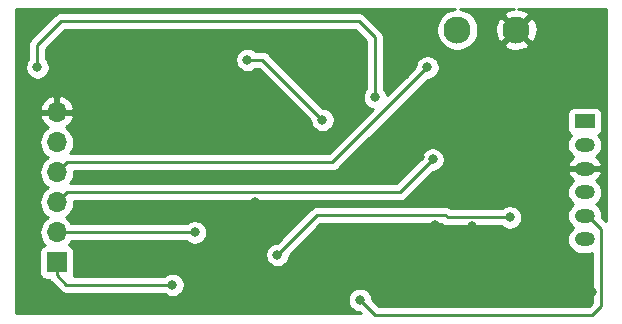
<source format=gbr>
G04 #@! TF.GenerationSoftware,KiCad,Pcbnew,(5.1.0)-1*
G04 #@! TF.CreationDate,2019-04-29T13:19:31-04:00*
G04 #@! TF.ProjectId,ifx9201sg-h-bridge-board,69667839-3230-4317-9367-2d682d627269,--*
G04 #@! TF.SameCoordinates,Original*
G04 #@! TF.FileFunction,Copper,L2,Bot*
G04 #@! TF.FilePolarity,Positive*
%FSLAX46Y46*%
G04 Gerber Fmt 4.6, Leading zero omitted, Abs format (unit mm)*
G04 Created by KiCad (PCBNEW (5.1.0)-1) date 2019-04-29 13:19:31*
%MOMM*%
%LPD*%
G04 APERTURE LIST*
%ADD10O,1.700000X1.700000*%
%ADD11R,1.700000X1.700000*%
%ADD12C,2.300000*%
%ADD13O,1.700000X1.200000*%
%ADD14R,1.700000X1.200000*%
%ADD15C,0.800000*%
%ADD16C,0.250000*%
%ADD17C,0.254000*%
G04 APERTURE END LIST*
D10*
X128016000Y-100330000D03*
X128016000Y-102870000D03*
X128016000Y-105410000D03*
X128016000Y-107950000D03*
X128016000Y-110490000D03*
D11*
X128016000Y-113030000D03*
D12*
X161925000Y-93345000D03*
X166925000Y-93345000D03*
D13*
X172720000Y-111092000D03*
X172720000Y-109092000D03*
X172720000Y-107092000D03*
X172720000Y-105092000D03*
X172720000Y-103092000D03*
D14*
X172720000Y-101092000D03*
D15*
X133350000Y-95250000D03*
X133350000Y-97155000D03*
X139065000Y-99060000D03*
X146050000Y-106045000D03*
X144780000Y-107950000D03*
X133350000Y-108585000D03*
X133350000Y-113665000D03*
X146050000Y-115570000D03*
X149860000Y-116205000D03*
X153670000Y-113030000D03*
X168201306Y-113649101D03*
X173355000Y-115570000D03*
X169545000Y-97245000D03*
X157480000Y-97155000D03*
X158750000Y-104140000D03*
X164465000Y-102870000D03*
X130810000Y-94615000D03*
X160044600Y-116229600D03*
X158948001Y-112395000D03*
X163195000Y-109945000D03*
X163195000Y-116205000D03*
X158948001Y-113665000D03*
X164465000Y-112395000D03*
X164465000Y-113665000D03*
X160020000Y-109855000D03*
X155575000Y-115570000D03*
X158948001Y-111125000D03*
X158948001Y-114935000D03*
X164465000Y-114935000D03*
X164465000Y-111125000D03*
X126365000Y-96520000D03*
X154940000Y-99060000D03*
X144145000Y-95885000D03*
X150495000Y-100965000D03*
X153670000Y-116205000D03*
X146685000Y-112395000D03*
X166370000Y-109220000D03*
X159385000Y-96520000D03*
X159838347Y-104321653D03*
X139700000Y-110490000D03*
X137795000Y-114935000D03*
D16*
X126365000Y-96520000D02*
X126365000Y-94615000D01*
X128360001Y-92619999D02*
X153579999Y-92619999D01*
X126365000Y-94615000D02*
X128360001Y-92619999D01*
X153579999Y-92619999D02*
X154940000Y-93980000D01*
X154940000Y-93980000D02*
X154940000Y-99060000D01*
X144145000Y-95885000D02*
X145415000Y-95885000D01*
X145415000Y-95885000D02*
X150495000Y-100965000D01*
X153670000Y-116205000D02*
X154940000Y-117475000D01*
X154940000Y-117475000D02*
X173355000Y-117475000D01*
X172970000Y-109092000D02*
X172720000Y-109092000D01*
X174080001Y-110202001D02*
X172970000Y-109092000D01*
X174080001Y-116749999D02*
X174080001Y-110202001D01*
X173355000Y-117475000D02*
X174080001Y-116749999D01*
X165804315Y-109220000D02*
X166370000Y-109220000D01*
X146685000Y-112395000D02*
X150025401Y-109054599D01*
X161093002Y-109220000D02*
X165804315Y-109220000D01*
X160927601Y-109054599D02*
X161093002Y-109220000D01*
X150025401Y-109054599D02*
X160927601Y-109054599D01*
X151344999Y-104560001D02*
X159385000Y-96520000D01*
X128016000Y-105410000D02*
X128865999Y-104560001D01*
X128865999Y-104560001D02*
X151344999Y-104560001D01*
X157059999Y-107100001D02*
X159838347Y-104321653D01*
X128016000Y-107950000D02*
X128865999Y-107100001D01*
X128865999Y-107100001D02*
X157059999Y-107100001D01*
X128016000Y-110490000D02*
X139700000Y-110490000D01*
X128821000Y-114935000D02*
X137795000Y-114935000D01*
X128016000Y-113030000D02*
X128016000Y-114130000D01*
X128016000Y-114130000D02*
X128821000Y-114935000D01*
D17*
G36*
X161404335Y-91628596D02*
G01*
X161079485Y-91763153D01*
X160787129Y-91958500D01*
X160538500Y-92207129D01*
X160343153Y-92499485D01*
X160208596Y-92824335D01*
X160140000Y-93169193D01*
X160140000Y-93520807D01*
X160208596Y-93865665D01*
X160343153Y-94190515D01*
X160538500Y-94482871D01*
X160787129Y-94731500D01*
X161079485Y-94926847D01*
X161404335Y-95061404D01*
X161749193Y-95130000D01*
X162100807Y-95130000D01*
X162445665Y-95061404D01*
X162770515Y-94926847D01*
X163062871Y-94731500D01*
X163207022Y-94587349D01*
X165862256Y-94587349D01*
X165976118Y-94867090D01*
X166291296Y-95022961D01*
X166630826Y-95114349D01*
X166981661Y-95137741D01*
X167330319Y-95092240D01*
X167663400Y-94979594D01*
X167873882Y-94867090D01*
X167987744Y-94587349D01*
X166925000Y-93524605D01*
X165862256Y-94587349D01*
X163207022Y-94587349D01*
X163311500Y-94482871D01*
X163506847Y-94190515D01*
X163641404Y-93865665D01*
X163710000Y-93520807D01*
X163710000Y-93401661D01*
X165132259Y-93401661D01*
X165177760Y-93750319D01*
X165290406Y-94083400D01*
X165402910Y-94293882D01*
X165682651Y-94407744D01*
X166745395Y-93345000D01*
X167104605Y-93345000D01*
X168167349Y-94407744D01*
X168447090Y-94293882D01*
X168602961Y-93978704D01*
X168694349Y-93639174D01*
X168717741Y-93288339D01*
X168672240Y-92939681D01*
X168559594Y-92606600D01*
X168447090Y-92396118D01*
X168167349Y-92282256D01*
X167104605Y-93345000D01*
X166745395Y-93345000D01*
X165682651Y-92282256D01*
X165402910Y-92396118D01*
X165247039Y-92711296D01*
X165155651Y-93050826D01*
X165132259Y-93401661D01*
X163710000Y-93401661D01*
X163710000Y-93169193D01*
X163641404Y-92824335D01*
X163506847Y-92499485D01*
X163311500Y-92207129D01*
X163062871Y-91958500D01*
X162770515Y-91763153D01*
X162445665Y-91628596D01*
X162135999Y-91567000D01*
X166755384Y-91567000D01*
X166519681Y-91597760D01*
X166186600Y-91710406D01*
X165976118Y-91822910D01*
X165862256Y-92102651D01*
X166925000Y-93165395D01*
X167987744Y-92102651D01*
X167873882Y-91822910D01*
X167558704Y-91667039D01*
X167219174Y-91575651D01*
X167089426Y-91567000D01*
X174498000Y-91567000D01*
X174498000Y-109545197D01*
X174196076Y-109243274D01*
X174210975Y-109092000D01*
X174187130Y-108849898D01*
X174116511Y-108617099D01*
X174001833Y-108402551D01*
X173847502Y-108214498D01*
X173698238Y-108092000D01*
X173847502Y-107969502D01*
X174001833Y-107781449D01*
X174116511Y-107566901D01*
X174187130Y-107334102D01*
X174210975Y-107092000D01*
X174187130Y-106849898D01*
X174116511Y-106617099D01*
X174001833Y-106402551D01*
X173847502Y-106214498D01*
X173705022Y-106097568D01*
X173722276Y-106087009D01*
X173901938Y-105921128D01*
X174045786Y-105723384D01*
X174148292Y-105501377D01*
X174163462Y-105409609D01*
X174038731Y-105219000D01*
X172847000Y-105219000D01*
X172847000Y-105239000D01*
X172593000Y-105239000D01*
X172593000Y-105219000D01*
X171401269Y-105219000D01*
X171276538Y-105409609D01*
X171291708Y-105501377D01*
X171394214Y-105723384D01*
X171538062Y-105921128D01*
X171717724Y-106087009D01*
X171734978Y-106097568D01*
X171592498Y-106214498D01*
X171438167Y-106402551D01*
X171323489Y-106617099D01*
X171252870Y-106849898D01*
X171229025Y-107092000D01*
X171252870Y-107334102D01*
X171323489Y-107566901D01*
X171438167Y-107781449D01*
X171592498Y-107969502D01*
X171741762Y-108092000D01*
X171592498Y-108214498D01*
X171438167Y-108402551D01*
X171323489Y-108617099D01*
X171252870Y-108849898D01*
X171229025Y-109092000D01*
X171252870Y-109334102D01*
X171323489Y-109566901D01*
X171438167Y-109781449D01*
X171592498Y-109969502D01*
X171741762Y-110092000D01*
X171592498Y-110214498D01*
X171438167Y-110402551D01*
X171323489Y-110617099D01*
X171252870Y-110849898D01*
X171229025Y-111092000D01*
X171252870Y-111334102D01*
X171323489Y-111566901D01*
X171438167Y-111781449D01*
X171592498Y-111969502D01*
X171780551Y-112123833D01*
X171995099Y-112238511D01*
X172227898Y-112309130D01*
X172409335Y-112327000D01*
X173030665Y-112327000D01*
X173212102Y-112309130D01*
X173320002Y-112276399D01*
X173320001Y-116435197D01*
X173040199Y-116715000D01*
X155254802Y-116715000D01*
X154705000Y-116165199D01*
X154705000Y-116103061D01*
X154665226Y-115903102D01*
X154587205Y-115714744D01*
X154473937Y-115545226D01*
X154329774Y-115401063D01*
X154160256Y-115287795D01*
X153971898Y-115209774D01*
X153771939Y-115170000D01*
X153568061Y-115170000D01*
X153368102Y-115209774D01*
X153179744Y-115287795D01*
X153010226Y-115401063D01*
X152866063Y-115545226D01*
X152752795Y-115714744D01*
X152674774Y-115903102D01*
X152635000Y-116103061D01*
X152635000Y-116306939D01*
X152674774Y-116506898D01*
X152752795Y-116695256D01*
X152866063Y-116864774D01*
X153010226Y-117008937D01*
X153179744Y-117122205D01*
X153368102Y-117200226D01*
X153568061Y-117240000D01*
X153630199Y-117240000D01*
X153738198Y-117348000D01*
X124587000Y-117348000D01*
X124587000Y-99973110D01*
X126574524Y-99973110D01*
X126695845Y-100203000D01*
X127889000Y-100203000D01*
X127889000Y-99009186D01*
X128143000Y-99009186D01*
X128143000Y-100203000D01*
X129336155Y-100203000D01*
X129457476Y-99973110D01*
X129412825Y-99825901D01*
X129287641Y-99563080D01*
X129113588Y-99329731D01*
X128897355Y-99134822D01*
X128647252Y-98985843D01*
X128372891Y-98888519D01*
X128143000Y-99009186D01*
X127889000Y-99009186D01*
X127659109Y-98888519D01*
X127384748Y-98985843D01*
X127134645Y-99134822D01*
X126918412Y-99329731D01*
X126744359Y-99563080D01*
X126619175Y-99825901D01*
X126574524Y-99973110D01*
X124587000Y-99973110D01*
X124587000Y-96418061D01*
X125330000Y-96418061D01*
X125330000Y-96621939D01*
X125369774Y-96821898D01*
X125447795Y-97010256D01*
X125561063Y-97179774D01*
X125705226Y-97323937D01*
X125874744Y-97437205D01*
X126063102Y-97515226D01*
X126263061Y-97555000D01*
X126466939Y-97555000D01*
X126666898Y-97515226D01*
X126855256Y-97437205D01*
X127024774Y-97323937D01*
X127168937Y-97179774D01*
X127282205Y-97010256D01*
X127360226Y-96821898D01*
X127400000Y-96621939D01*
X127400000Y-96418061D01*
X127360226Y-96218102D01*
X127282205Y-96029744D01*
X127168937Y-95860226D01*
X127125000Y-95816289D01*
X127125000Y-95783061D01*
X143110000Y-95783061D01*
X143110000Y-95986939D01*
X143149774Y-96186898D01*
X143227795Y-96375256D01*
X143341063Y-96544774D01*
X143485226Y-96688937D01*
X143654744Y-96802205D01*
X143843102Y-96880226D01*
X144043061Y-96920000D01*
X144246939Y-96920000D01*
X144446898Y-96880226D01*
X144635256Y-96802205D01*
X144804774Y-96688937D01*
X144848711Y-96645000D01*
X145100199Y-96645000D01*
X149460000Y-101004802D01*
X149460000Y-101066939D01*
X149499774Y-101266898D01*
X149577795Y-101455256D01*
X149691063Y-101624774D01*
X149835226Y-101768937D01*
X150004744Y-101882205D01*
X150193102Y-101960226D01*
X150393061Y-102000000D01*
X150596939Y-102000000D01*
X150796898Y-101960226D01*
X150985256Y-101882205D01*
X151154774Y-101768937D01*
X151298937Y-101624774D01*
X151412205Y-101455256D01*
X151490226Y-101266898D01*
X151530000Y-101066939D01*
X151530000Y-100863061D01*
X151490226Y-100663102D01*
X151412205Y-100474744D01*
X151298937Y-100305226D01*
X151154774Y-100161063D01*
X150985256Y-100047795D01*
X150796898Y-99969774D01*
X150596939Y-99930000D01*
X150534802Y-99930000D01*
X145978804Y-95374003D01*
X145955001Y-95344999D01*
X145839276Y-95250026D01*
X145707247Y-95179454D01*
X145563986Y-95135997D01*
X145452333Y-95125000D01*
X145452322Y-95125000D01*
X145415000Y-95121324D01*
X145377678Y-95125000D01*
X144848711Y-95125000D01*
X144804774Y-95081063D01*
X144635256Y-94967795D01*
X144446898Y-94889774D01*
X144246939Y-94850000D01*
X144043061Y-94850000D01*
X143843102Y-94889774D01*
X143654744Y-94967795D01*
X143485226Y-95081063D01*
X143341063Y-95225226D01*
X143227795Y-95394744D01*
X143149774Y-95583102D01*
X143110000Y-95783061D01*
X127125000Y-95783061D01*
X127125000Y-94929801D01*
X128674804Y-93379999D01*
X153265198Y-93379999D01*
X154180000Y-94294802D01*
X154180001Y-98356288D01*
X154136063Y-98400226D01*
X154022795Y-98569744D01*
X153944774Y-98758102D01*
X153905000Y-98958061D01*
X153905000Y-99161939D01*
X153944774Y-99361898D01*
X154022795Y-99550256D01*
X154136063Y-99719774D01*
X154280226Y-99863937D01*
X154449744Y-99977205D01*
X154638102Y-100055226D01*
X154752264Y-100077934D01*
X151030198Y-103800001D01*
X129173828Y-103800001D01*
X129256706Y-103699014D01*
X129394599Y-103441034D01*
X129479513Y-103161111D01*
X129508185Y-102870000D01*
X129479513Y-102578889D01*
X129394599Y-102298966D01*
X129256706Y-102040986D01*
X129071134Y-101814866D01*
X128845014Y-101629294D01*
X128780477Y-101594799D01*
X128897355Y-101525178D01*
X129113588Y-101330269D01*
X129287641Y-101096920D01*
X129412825Y-100834099D01*
X129457476Y-100686890D01*
X129336155Y-100457000D01*
X128143000Y-100457000D01*
X128143000Y-100477000D01*
X127889000Y-100477000D01*
X127889000Y-100457000D01*
X126695845Y-100457000D01*
X126574524Y-100686890D01*
X126619175Y-100834099D01*
X126744359Y-101096920D01*
X126918412Y-101330269D01*
X127134645Y-101525178D01*
X127251523Y-101594799D01*
X127186986Y-101629294D01*
X126960866Y-101814866D01*
X126775294Y-102040986D01*
X126637401Y-102298966D01*
X126552487Y-102578889D01*
X126523815Y-102870000D01*
X126552487Y-103161111D01*
X126637401Y-103441034D01*
X126775294Y-103699014D01*
X126960866Y-103925134D01*
X127186986Y-104110706D01*
X127241791Y-104140000D01*
X127186986Y-104169294D01*
X126960866Y-104354866D01*
X126775294Y-104580986D01*
X126637401Y-104838966D01*
X126552487Y-105118889D01*
X126523815Y-105410000D01*
X126552487Y-105701111D01*
X126637401Y-105981034D01*
X126775294Y-106239014D01*
X126960866Y-106465134D01*
X127186986Y-106650706D01*
X127241791Y-106680000D01*
X127186986Y-106709294D01*
X126960866Y-106894866D01*
X126775294Y-107120986D01*
X126637401Y-107378966D01*
X126552487Y-107658889D01*
X126523815Y-107950000D01*
X126552487Y-108241111D01*
X126637401Y-108521034D01*
X126775294Y-108779014D01*
X126960866Y-109005134D01*
X127186986Y-109190706D01*
X127241791Y-109220000D01*
X127186986Y-109249294D01*
X126960866Y-109434866D01*
X126775294Y-109660986D01*
X126637401Y-109918966D01*
X126552487Y-110198889D01*
X126523815Y-110490000D01*
X126552487Y-110781111D01*
X126637401Y-111061034D01*
X126775294Y-111319014D01*
X126960866Y-111545134D01*
X126990687Y-111569607D01*
X126921820Y-111590498D01*
X126811506Y-111649463D01*
X126714815Y-111728815D01*
X126635463Y-111825506D01*
X126576498Y-111935820D01*
X126540188Y-112055518D01*
X126527928Y-112180000D01*
X126527928Y-113880000D01*
X126540188Y-114004482D01*
X126576498Y-114124180D01*
X126635463Y-114234494D01*
X126714815Y-114331185D01*
X126811506Y-114410537D01*
X126921820Y-114469502D01*
X127041518Y-114505812D01*
X127166000Y-114518072D01*
X127361674Y-114518072D01*
X127381026Y-114554276D01*
X127445718Y-114633102D01*
X127476000Y-114670001D01*
X127504998Y-114693799D01*
X128257201Y-115446002D01*
X128280999Y-115475001D01*
X128309997Y-115498799D01*
X128396723Y-115569974D01*
X128528753Y-115640546D01*
X128672014Y-115684003D01*
X128783667Y-115695000D01*
X128783677Y-115695000D01*
X128821000Y-115698676D01*
X128858323Y-115695000D01*
X137091289Y-115695000D01*
X137135226Y-115738937D01*
X137304744Y-115852205D01*
X137493102Y-115930226D01*
X137693061Y-115970000D01*
X137896939Y-115970000D01*
X138096898Y-115930226D01*
X138285256Y-115852205D01*
X138454774Y-115738937D01*
X138598937Y-115594774D01*
X138712205Y-115425256D01*
X138790226Y-115236898D01*
X138830000Y-115036939D01*
X138830000Y-114833061D01*
X138790226Y-114633102D01*
X138712205Y-114444744D01*
X138598937Y-114275226D01*
X138454774Y-114131063D01*
X138285256Y-114017795D01*
X138096898Y-113939774D01*
X137896939Y-113900000D01*
X137693061Y-113900000D01*
X137493102Y-113939774D01*
X137304744Y-114017795D01*
X137135226Y-114131063D01*
X137091289Y-114175000D01*
X129428338Y-114175000D01*
X129455502Y-114124180D01*
X129491812Y-114004482D01*
X129504072Y-113880000D01*
X129504072Y-112293061D01*
X145650000Y-112293061D01*
X145650000Y-112496939D01*
X145689774Y-112696898D01*
X145767795Y-112885256D01*
X145881063Y-113054774D01*
X146025226Y-113198937D01*
X146194744Y-113312205D01*
X146383102Y-113390226D01*
X146583061Y-113430000D01*
X146786939Y-113430000D01*
X146986898Y-113390226D01*
X147175256Y-113312205D01*
X147344774Y-113198937D01*
X147488937Y-113054774D01*
X147602205Y-112885256D01*
X147680226Y-112696898D01*
X147720000Y-112496939D01*
X147720000Y-112434801D01*
X150340204Y-109814599D01*
X160619529Y-109814599D01*
X160668726Y-109854974D01*
X160800755Y-109925546D01*
X160944016Y-109969003D01*
X161055669Y-109980000D01*
X161055678Y-109980000D01*
X161093001Y-109983676D01*
X161130324Y-109980000D01*
X165666289Y-109980000D01*
X165710226Y-110023937D01*
X165879744Y-110137205D01*
X166068102Y-110215226D01*
X166268061Y-110255000D01*
X166471939Y-110255000D01*
X166671898Y-110215226D01*
X166860256Y-110137205D01*
X167029774Y-110023937D01*
X167173937Y-109879774D01*
X167287205Y-109710256D01*
X167365226Y-109521898D01*
X167405000Y-109321939D01*
X167405000Y-109118061D01*
X167365226Y-108918102D01*
X167287205Y-108729744D01*
X167173937Y-108560226D01*
X167029774Y-108416063D01*
X166860256Y-108302795D01*
X166671898Y-108224774D01*
X166471939Y-108185000D01*
X166268061Y-108185000D01*
X166068102Y-108224774D01*
X165879744Y-108302795D01*
X165710226Y-108416063D01*
X165666289Y-108460000D01*
X161401074Y-108460000D01*
X161351877Y-108419625D01*
X161219848Y-108349053D01*
X161076587Y-108305596D01*
X160964934Y-108294599D01*
X160964923Y-108294599D01*
X160927601Y-108290923D01*
X160890279Y-108294599D01*
X150062723Y-108294599D01*
X150025400Y-108290923D01*
X149988077Y-108294599D01*
X149988068Y-108294599D01*
X149876415Y-108305596D01*
X149733154Y-108349053D01*
X149601125Y-108419625D01*
X149601123Y-108419626D01*
X149601124Y-108419626D01*
X149514397Y-108490800D01*
X149514393Y-108490804D01*
X149485400Y-108514598D01*
X149461606Y-108543591D01*
X146645199Y-111360000D01*
X146583061Y-111360000D01*
X146383102Y-111399774D01*
X146194744Y-111477795D01*
X146025226Y-111591063D01*
X145881063Y-111735226D01*
X145767795Y-111904744D01*
X145689774Y-112093102D01*
X145650000Y-112293061D01*
X129504072Y-112293061D01*
X129504072Y-112180000D01*
X129491812Y-112055518D01*
X129455502Y-111935820D01*
X129396537Y-111825506D01*
X129317185Y-111728815D01*
X129220494Y-111649463D01*
X129110180Y-111590498D01*
X129041313Y-111569607D01*
X129071134Y-111545134D01*
X129256706Y-111319014D01*
X129293595Y-111250000D01*
X138996289Y-111250000D01*
X139040226Y-111293937D01*
X139209744Y-111407205D01*
X139398102Y-111485226D01*
X139598061Y-111525000D01*
X139801939Y-111525000D01*
X140001898Y-111485226D01*
X140190256Y-111407205D01*
X140359774Y-111293937D01*
X140503937Y-111149774D01*
X140617205Y-110980256D01*
X140695226Y-110791898D01*
X140735000Y-110591939D01*
X140735000Y-110388061D01*
X140695226Y-110188102D01*
X140617205Y-109999744D01*
X140503937Y-109830226D01*
X140359774Y-109686063D01*
X140190256Y-109572795D01*
X140001898Y-109494774D01*
X139801939Y-109455000D01*
X139598061Y-109455000D01*
X139398102Y-109494774D01*
X139209744Y-109572795D01*
X139040226Y-109686063D01*
X138996289Y-109730000D01*
X129293595Y-109730000D01*
X129256706Y-109660986D01*
X129071134Y-109434866D01*
X128845014Y-109249294D01*
X128790209Y-109220000D01*
X128845014Y-109190706D01*
X129071134Y-109005134D01*
X129256706Y-108779014D01*
X129394599Y-108521034D01*
X129479513Y-108241111D01*
X129508185Y-107950000D01*
X129499321Y-107860001D01*
X157022677Y-107860001D01*
X157059999Y-107863677D01*
X157097321Y-107860001D01*
X157097332Y-107860001D01*
X157208985Y-107849004D01*
X157352246Y-107805547D01*
X157484275Y-107734975D01*
X157600000Y-107640002D01*
X157623803Y-107610998D01*
X159878150Y-105356653D01*
X159940286Y-105356653D01*
X160140245Y-105316879D01*
X160328603Y-105238858D01*
X160498121Y-105125590D01*
X160642284Y-104981427D01*
X160755552Y-104811909D01*
X160833573Y-104623551D01*
X160873347Y-104423592D01*
X160873347Y-104219714D01*
X160833573Y-104019755D01*
X160755552Y-103831397D01*
X160642284Y-103661879D01*
X160498121Y-103517716D01*
X160328603Y-103404448D01*
X160140245Y-103326427D01*
X159940286Y-103286653D01*
X159736408Y-103286653D01*
X159536449Y-103326427D01*
X159348091Y-103404448D01*
X159178573Y-103517716D01*
X159034410Y-103661879D01*
X158921142Y-103831397D01*
X158843121Y-104019755D01*
X158803347Y-104219714D01*
X158803347Y-104281850D01*
X156745198Y-106340001D01*
X129173828Y-106340001D01*
X129256706Y-106239014D01*
X129394599Y-105981034D01*
X129479513Y-105701111D01*
X129508185Y-105410000D01*
X129499321Y-105320001D01*
X151307677Y-105320001D01*
X151344999Y-105323677D01*
X151382321Y-105320001D01*
X151382332Y-105320001D01*
X151493985Y-105309004D01*
X151637246Y-105265547D01*
X151769275Y-105194975D01*
X151885000Y-105100002D01*
X151908803Y-105070998D01*
X153887801Y-103092000D01*
X171229025Y-103092000D01*
X171252870Y-103334102D01*
X171323489Y-103566901D01*
X171438167Y-103781449D01*
X171592498Y-103969502D01*
X171734978Y-104086432D01*
X171717724Y-104096991D01*
X171538062Y-104262872D01*
X171394214Y-104460616D01*
X171291708Y-104682623D01*
X171276538Y-104774391D01*
X171401269Y-104965000D01*
X172593000Y-104965000D01*
X172593000Y-104945000D01*
X172847000Y-104945000D01*
X172847000Y-104965000D01*
X174038731Y-104965000D01*
X174163462Y-104774391D01*
X174148292Y-104682623D01*
X174045786Y-104460616D01*
X173901938Y-104262872D01*
X173722276Y-104096991D01*
X173705022Y-104086432D01*
X173847502Y-103969502D01*
X174001833Y-103781449D01*
X174116511Y-103566901D01*
X174187130Y-103334102D01*
X174210975Y-103092000D01*
X174187130Y-102849898D01*
X174116511Y-102617099D01*
X174001833Y-102402551D01*
X173875564Y-102248691D01*
X173924494Y-102222537D01*
X174021185Y-102143185D01*
X174100537Y-102046494D01*
X174159502Y-101936180D01*
X174195812Y-101816482D01*
X174208072Y-101692000D01*
X174208072Y-100492000D01*
X174195812Y-100367518D01*
X174159502Y-100247820D01*
X174100537Y-100137506D01*
X174021185Y-100040815D01*
X173924494Y-99961463D01*
X173814180Y-99902498D01*
X173694482Y-99866188D01*
X173570000Y-99853928D01*
X171870000Y-99853928D01*
X171745518Y-99866188D01*
X171625820Y-99902498D01*
X171515506Y-99961463D01*
X171418815Y-100040815D01*
X171339463Y-100137506D01*
X171280498Y-100247820D01*
X171244188Y-100367518D01*
X171231928Y-100492000D01*
X171231928Y-101692000D01*
X171244188Y-101816482D01*
X171280498Y-101936180D01*
X171339463Y-102046494D01*
X171418815Y-102143185D01*
X171515506Y-102222537D01*
X171564436Y-102248691D01*
X171438167Y-102402551D01*
X171323489Y-102617099D01*
X171252870Y-102849898D01*
X171229025Y-103092000D01*
X153887801Y-103092000D01*
X159424803Y-97555000D01*
X159486939Y-97555000D01*
X159686898Y-97515226D01*
X159875256Y-97437205D01*
X160044774Y-97323937D01*
X160188937Y-97179774D01*
X160302205Y-97010256D01*
X160380226Y-96821898D01*
X160420000Y-96621939D01*
X160420000Y-96418061D01*
X160380226Y-96218102D01*
X160302205Y-96029744D01*
X160188937Y-95860226D01*
X160044774Y-95716063D01*
X159875256Y-95602795D01*
X159686898Y-95524774D01*
X159486939Y-95485000D01*
X159283061Y-95485000D01*
X159083102Y-95524774D01*
X158894744Y-95602795D01*
X158725226Y-95716063D01*
X158581063Y-95860226D01*
X158467795Y-96029744D01*
X158389774Y-96218102D01*
X158350000Y-96418061D01*
X158350000Y-96480197D01*
X155957934Y-98872264D01*
X155935226Y-98758102D01*
X155857205Y-98569744D01*
X155743937Y-98400226D01*
X155700000Y-98356289D01*
X155700000Y-94017323D01*
X155703676Y-93980000D01*
X155700000Y-93942677D01*
X155700000Y-93942667D01*
X155689003Y-93831014D01*
X155645546Y-93687753D01*
X155574974Y-93555724D01*
X155480001Y-93439999D01*
X155451004Y-93416202D01*
X154143803Y-92109002D01*
X154120000Y-92079998D01*
X154004275Y-91985025D01*
X153872246Y-91914453D01*
X153728985Y-91870996D01*
X153617332Y-91859999D01*
X153617321Y-91859999D01*
X153579999Y-91856323D01*
X153542677Y-91859999D01*
X128397323Y-91859999D01*
X128360000Y-91856323D01*
X128322677Y-91859999D01*
X128322668Y-91859999D01*
X128211015Y-91870996D01*
X128067754Y-91914453D01*
X127935725Y-91985025D01*
X127935723Y-91985026D01*
X127935724Y-91985026D01*
X127848997Y-92056200D01*
X127848993Y-92056204D01*
X127820000Y-92079998D01*
X127796206Y-92108991D01*
X125853998Y-94051201D01*
X125825000Y-94074999D01*
X125801202Y-94103997D01*
X125801201Y-94103998D01*
X125730026Y-94190724D01*
X125659454Y-94322754D01*
X125615998Y-94466015D01*
X125601324Y-94615000D01*
X125605001Y-94652332D01*
X125605000Y-95816289D01*
X125561063Y-95860226D01*
X125447795Y-96029744D01*
X125369774Y-96218102D01*
X125330000Y-96418061D01*
X124587000Y-96418061D01*
X124587000Y-91567000D01*
X161714001Y-91567000D01*
X161404335Y-91628596D01*
X161404335Y-91628596D01*
G37*
X161404335Y-91628596D02*
X161079485Y-91763153D01*
X160787129Y-91958500D01*
X160538500Y-92207129D01*
X160343153Y-92499485D01*
X160208596Y-92824335D01*
X160140000Y-93169193D01*
X160140000Y-93520807D01*
X160208596Y-93865665D01*
X160343153Y-94190515D01*
X160538500Y-94482871D01*
X160787129Y-94731500D01*
X161079485Y-94926847D01*
X161404335Y-95061404D01*
X161749193Y-95130000D01*
X162100807Y-95130000D01*
X162445665Y-95061404D01*
X162770515Y-94926847D01*
X163062871Y-94731500D01*
X163207022Y-94587349D01*
X165862256Y-94587349D01*
X165976118Y-94867090D01*
X166291296Y-95022961D01*
X166630826Y-95114349D01*
X166981661Y-95137741D01*
X167330319Y-95092240D01*
X167663400Y-94979594D01*
X167873882Y-94867090D01*
X167987744Y-94587349D01*
X166925000Y-93524605D01*
X165862256Y-94587349D01*
X163207022Y-94587349D01*
X163311500Y-94482871D01*
X163506847Y-94190515D01*
X163641404Y-93865665D01*
X163710000Y-93520807D01*
X163710000Y-93401661D01*
X165132259Y-93401661D01*
X165177760Y-93750319D01*
X165290406Y-94083400D01*
X165402910Y-94293882D01*
X165682651Y-94407744D01*
X166745395Y-93345000D01*
X167104605Y-93345000D01*
X168167349Y-94407744D01*
X168447090Y-94293882D01*
X168602961Y-93978704D01*
X168694349Y-93639174D01*
X168717741Y-93288339D01*
X168672240Y-92939681D01*
X168559594Y-92606600D01*
X168447090Y-92396118D01*
X168167349Y-92282256D01*
X167104605Y-93345000D01*
X166745395Y-93345000D01*
X165682651Y-92282256D01*
X165402910Y-92396118D01*
X165247039Y-92711296D01*
X165155651Y-93050826D01*
X165132259Y-93401661D01*
X163710000Y-93401661D01*
X163710000Y-93169193D01*
X163641404Y-92824335D01*
X163506847Y-92499485D01*
X163311500Y-92207129D01*
X163062871Y-91958500D01*
X162770515Y-91763153D01*
X162445665Y-91628596D01*
X162135999Y-91567000D01*
X166755384Y-91567000D01*
X166519681Y-91597760D01*
X166186600Y-91710406D01*
X165976118Y-91822910D01*
X165862256Y-92102651D01*
X166925000Y-93165395D01*
X167987744Y-92102651D01*
X167873882Y-91822910D01*
X167558704Y-91667039D01*
X167219174Y-91575651D01*
X167089426Y-91567000D01*
X174498000Y-91567000D01*
X174498000Y-109545197D01*
X174196076Y-109243274D01*
X174210975Y-109092000D01*
X174187130Y-108849898D01*
X174116511Y-108617099D01*
X174001833Y-108402551D01*
X173847502Y-108214498D01*
X173698238Y-108092000D01*
X173847502Y-107969502D01*
X174001833Y-107781449D01*
X174116511Y-107566901D01*
X174187130Y-107334102D01*
X174210975Y-107092000D01*
X174187130Y-106849898D01*
X174116511Y-106617099D01*
X174001833Y-106402551D01*
X173847502Y-106214498D01*
X173705022Y-106097568D01*
X173722276Y-106087009D01*
X173901938Y-105921128D01*
X174045786Y-105723384D01*
X174148292Y-105501377D01*
X174163462Y-105409609D01*
X174038731Y-105219000D01*
X172847000Y-105219000D01*
X172847000Y-105239000D01*
X172593000Y-105239000D01*
X172593000Y-105219000D01*
X171401269Y-105219000D01*
X171276538Y-105409609D01*
X171291708Y-105501377D01*
X171394214Y-105723384D01*
X171538062Y-105921128D01*
X171717724Y-106087009D01*
X171734978Y-106097568D01*
X171592498Y-106214498D01*
X171438167Y-106402551D01*
X171323489Y-106617099D01*
X171252870Y-106849898D01*
X171229025Y-107092000D01*
X171252870Y-107334102D01*
X171323489Y-107566901D01*
X171438167Y-107781449D01*
X171592498Y-107969502D01*
X171741762Y-108092000D01*
X171592498Y-108214498D01*
X171438167Y-108402551D01*
X171323489Y-108617099D01*
X171252870Y-108849898D01*
X171229025Y-109092000D01*
X171252870Y-109334102D01*
X171323489Y-109566901D01*
X171438167Y-109781449D01*
X171592498Y-109969502D01*
X171741762Y-110092000D01*
X171592498Y-110214498D01*
X171438167Y-110402551D01*
X171323489Y-110617099D01*
X171252870Y-110849898D01*
X171229025Y-111092000D01*
X171252870Y-111334102D01*
X171323489Y-111566901D01*
X171438167Y-111781449D01*
X171592498Y-111969502D01*
X171780551Y-112123833D01*
X171995099Y-112238511D01*
X172227898Y-112309130D01*
X172409335Y-112327000D01*
X173030665Y-112327000D01*
X173212102Y-112309130D01*
X173320002Y-112276399D01*
X173320001Y-116435197D01*
X173040199Y-116715000D01*
X155254802Y-116715000D01*
X154705000Y-116165199D01*
X154705000Y-116103061D01*
X154665226Y-115903102D01*
X154587205Y-115714744D01*
X154473937Y-115545226D01*
X154329774Y-115401063D01*
X154160256Y-115287795D01*
X153971898Y-115209774D01*
X153771939Y-115170000D01*
X153568061Y-115170000D01*
X153368102Y-115209774D01*
X153179744Y-115287795D01*
X153010226Y-115401063D01*
X152866063Y-115545226D01*
X152752795Y-115714744D01*
X152674774Y-115903102D01*
X152635000Y-116103061D01*
X152635000Y-116306939D01*
X152674774Y-116506898D01*
X152752795Y-116695256D01*
X152866063Y-116864774D01*
X153010226Y-117008937D01*
X153179744Y-117122205D01*
X153368102Y-117200226D01*
X153568061Y-117240000D01*
X153630199Y-117240000D01*
X153738198Y-117348000D01*
X124587000Y-117348000D01*
X124587000Y-99973110D01*
X126574524Y-99973110D01*
X126695845Y-100203000D01*
X127889000Y-100203000D01*
X127889000Y-99009186D01*
X128143000Y-99009186D01*
X128143000Y-100203000D01*
X129336155Y-100203000D01*
X129457476Y-99973110D01*
X129412825Y-99825901D01*
X129287641Y-99563080D01*
X129113588Y-99329731D01*
X128897355Y-99134822D01*
X128647252Y-98985843D01*
X128372891Y-98888519D01*
X128143000Y-99009186D01*
X127889000Y-99009186D01*
X127659109Y-98888519D01*
X127384748Y-98985843D01*
X127134645Y-99134822D01*
X126918412Y-99329731D01*
X126744359Y-99563080D01*
X126619175Y-99825901D01*
X126574524Y-99973110D01*
X124587000Y-99973110D01*
X124587000Y-96418061D01*
X125330000Y-96418061D01*
X125330000Y-96621939D01*
X125369774Y-96821898D01*
X125447795Y-97010256D01*
X125561063Y-97179774D01*
X125705226Y-97323937D01*
X125874744Y-97437205D01*
X126063102Y-97515226D01*
X126263061Y-97555000D01*
X126466939Y-97555000D01*
X126666898Y-97515226D01*
X126855256Y-97437205D01*
X127024774Y-97323937D01*
X127168937Y-97179774D01*
X127282205Y-97010256D01*
X127360226Y-96821898D01*
X127400000Y-96621939D01*
X127400000Y-96418061D01*
X127360226Y-96218102D01*
X127282205Y-96029744D01*
X127168937Y-95860226D01*
X127125000Y-95816289D01*
X127125000Y-95783061D01*
X143110000Y-95783061D01*
X143110000Y-95986939D01*
X143149774Y-96186898D01*
X143227795Y-96375256D01*
X143341063Y-96544774D01*
X143485226Y-96688937D01*
X143654744Y-96802205D01*
X143843102Y-96880226D01*
X144043061Y-96920000D01*
X144246939Y-96920000D01*
X144446898Y-96880226D01*
X144635256Y-96802205D01*
X144804774Y-96688937D01*
X144848711Y-96645000D01*
X145100199Y-96645000D01*
X149460000Y-101004802D01*
X149460000Y-101066939D01*
X149499774Y-101266898D01*
X149577795Y-101455256D01*
X149691063Y-101624774D01*
X149835226Y-101768937D01*
X150004744Y-101882205D01*
X150193102Y-101960226D01*
X150393061Y-102000000D01*
X150596939Y-102000000D01*
X150796898Y-101960226D01*
X150985256Y-101882205D01*
X151154774Y-101768937D01*
X151298937Y-101624774D01*
X151412205Y-101455256D01*
X151490226Y-101266898D01*
X151530000Y-101066939D01*
X151530000Y-100863061D01*
X151490226Y-100663102D01*
X151412205Y-100474744D01*
X151298937Y-100305226D01*
X151154774Y-100161063D01*
X150985256Y-100047795D01*
X150796898Y-99969774D01*
X150596939Y-99930000D01*
X150534802Y-99930000D01*
X145978804Y-95374003D01*
X145955001Y-95344999D01*
X145839276Y-95250026D01*
X145707247Y-95179454D01*
X145563986Y-95135997D01*
X145452333Y-95125000D01*
X145452322Y-95125000D01*
X145415000Y-95121324D01*
X145377678Y-95125000D01*
X144848711Y-95125000D01*
X144804774Y-95081063D01*
X144635256Y-94967795D01*
X144446898Y-94889774D01*
X144246939Y-94850000D01*
X144043061Y-94850000D01*
X143843102Y-94889774D01*
X143654744Y-94967795D01*
X143485226Y-95081063D01*
X143341063Y-95225226D01*
X143227795Y-95394744D01*
X143149774Y-95583102D01*
X143110000Y-95783061D01*
X127125000Y-95783061D01*
X127125000Y-94929801D01*
X128674804Y-93379999D01*
X153265198Y-93379999D01*
X154180000Y-94294802D01*
X154180001Y-98356288D01*
X154136063Y-98400226D01*
X154022795Y-98569744D01*
X153944774Y-98758102D01*
X153905000Y-98958061D01*
X153905000Y-99161939D01*
X153944774Y-99361898D01*
X154022795Y-99550256D01*
X154136063Y-99719774D01*
X154280226Y-99863937D01*
X154449744Y-99977205D01*
X154638102Y-100055226D01*
X154752264Y-100077934D01*
X151030198Y-103800001D01*
X129173828Y-103800001D01*
X129256706Y-103699014D01*
X129394599Y-103441034D01*
X129479513Y-103161111D01*
X129508185Y-102870000D01*
X129479513Y-102578889D01*
X129394599Y-102298966D01*
X129256706Y-102040986D01*
X129071134Y-101814866D01*
X128845014Y-101629294D01*
X128780477Y-101594799D01*
X128897355Y-101525178D01*
X129113588Y-101330269D01*
X129287641Y-101096920D01*
X129412825Y-100834099D01*
X129457476Y-100686890D01*
X129336155Y-100457000D01*
X128143000Y-100457000D01*
X128143000Y-100477000D01*
X127889000Y-100477000D01*
X127889000Y-100457000D01*
X126695845Y-100457000D01*
X126574524Y-100686890D01*
X126619175Y-100834099D01*
X126744359Y-101096920D01*
X126918412Y-101330269D01*
X127134645Y-101525178D01*
X127251523Y-101594799D01*
X127186986Y-101629294D01*
X126960866Y-101814866D01*
X126775294Y-102040986D01*
X126637401Y-102298966D01*
X126552487Y-102578889D01*
X126523815Y-102870000D01*
X126552487Y-103161111D01*
X126637401Y-103441034D01*
X126775294Y-103699014D01*
X126960866Y-103925134D01*
X127186986Y-104110706D01*
X127241791Y-104140000D01*
X127186986Y-104169294D01*
X126960866Y-104354866D01*
X126775294Y-104580986D01*
X126637401Y-104838966D01*
X126552487Y-105118889D01*
X126523815Y-105410000D01*
X126552487Y-105701111D01*
X126637401Y-105981034D01*
X126775294Y-106239014D01*
X126960866Y-106465134D01*
X127186986Y-106650706D01*
X127241791Y-106680000D01*
X127186986Y-106709294D01*
X126960866Y-106894866D01*
X126775294Y-107120986D01*
X126637401Y-107378966D01*
X126552487Y-107658889D01*
X126523815Y-107950000D01*
X126552487Y-108241111D01*
X126637401Y-108521034D01*
X126775294Y-108779014D01*
X126960866Y-109005134D01*
X127186986Y-109190706D01*
X127241791Y-109220000D01*
X127186986Y-109249294D01*
X126960866Y-109434866D01*
X126775294Y-109660986D01*
X126637401Y-109918966D01*
X126552487Y-110198889D01*
X126523815Y-110490000D01*
X126552487Y-110781111D01*
X126637401Y-111061034D01*
X126775294Y-111319014D01*
X126960866Y-111545134D01*
X126990687Y-111569607D01*
X126921820Y-111590498D01*
X126811506Y-111649463D01*
X126714815Y-111728815D01*
X126635463Y-111825506D01*
X126576498Y-111935820D01*
X126540188Y-112055518D01*
X126527928Y-112180000D01*
X126527928Y-113880000D01*
X126540188Y-114004482D01*
X126576498Y-114124180D01*
X126635463Y-114234494D01*
X126714815Y-114331185D01*
X126811506Y-114410537D01*
X126921820Y-114469502D01*
X127041518Y-114505812D01*
X127166000Y-114518072D01*
X127361674Y-114518072D01*
X127381026Y-114554276D01*
X127445718Y-114633102D01*
X127476000Y-114670001D01*
X127504998Y-114693799D01*
X128257201Y-115446002D01*
X128280999Y-115475001D01*
X128309997Y-115498799D01*
X128396723Y-115569974D01*
X128528753Y-115640546D01*
X128672014Y-115684003D01*
X128783667Y-115695000D01*
X128783677Y-115695000D01*
X128821000Y-115698676D01*
X128858323Y-115695000D01*
X137091289Y-115695000D01*
X137135226Y-115738937D01*
X137304744Y-115852205D01*
X137493102Y-115930226D01*
X137693061Y-115970000D01*
X137896939Y-115970000D01*
X138096898Y-115930226D01*
X138285256Y-115852205D01*
X138454774Y-115738937D01*
X138598937Y-115594774D01*
X138712205Y-115425256D01*
X138790226Y-115236898D01*
X138830000Y-115036939D01*
X138830000Y-114833061D01*
X138790226Y-114633102D01*
X138712205Y-114444744D01*
X138598937Y-114275226D01*
X138454774Y-114131063D01*
X138285256Y-114017795D01*
X138096898Y-113939774D01*
X137896939Y-113900000D01*
X137693061Y-113900000D01*
X137493102Y-113939774D01*
X137304744Y-114017795D01*
X137135226Y-114131063D01*
X137091289Y-114175000D01*
X129428338Y-114175000D01*
X129455502Y-114124180D01*
X129491812Y-114004482D01*
X129504072Y-113880000D01*
X129504072Y-112293061D01*
X145650000Y-112293061D01*
X145650000Y-112496939D01*
X145689774Y-112696898D01*
X145767795Y-112885256D01*
X145881063Y-113054774D01*
X146025226Y-113198937D01*
X146194744Y-113312205D01*
X146383102Y-113390226D01*
X146583061Y-113430000D01*
X146786939Y-113430000D01*
X146986898Y-113390226D01*
X147175256Y-113312205D01*
X147344774Y-113198937D01*
X147488937Y-113054774D01*
X147602205Y-112885256D01*
X147680226Y-112696898D01*
X147720000Y-112496939D01*
X147720000Y-112434801D01*
X150340204Y-109814599D01*
X160619529Y-109814599D01*
X160668726Y-109854974D01*
X160800755Y-109925546D01*
X160944016Y-109969003D01*
X161055669Y-109980000D01*
X161055678Y-109980000D01*
X161093001Y-109983676D01*
X161130324Y-109980000D01*
X165666289Y-109980000D01*
X165710226Y-110023937D01*
X165879744Y-110137205D01*
X166068102Y-110215226D01*
X166268061Y-110255000D01*
X166471939Y-110255000D01*
X166671898Y-110215226D01*
X166860256Y-110137205D01*
X167029774Y-110023937D01*
X167173937Y-109879774D01*
X167287205Y-109710256D01*
X167365226Y-109521898D01*
X167405000Y-109321939D01*
X167405000Y-109118061D01*
X167365226Y-108918102D01*
X167287205Y-108729744D01*
X167173937Y-108560226D01*
X167029774Y-108416063D01*
X166860256Y-108302795D01*
X166671898Y-108224774D01*
X166471939Y-108185000D01*
X166268061Y-108185000D01*
X166068102Y-108224774D01*
X165879744Y-108302795D01*
X165710226Y-108416063D01*
X165666289Y-108460000D01*
X161401074Y-108460000D01*
X161351877Y-108419625D01*
X161219848Y-108349053D01*
X161076587Y-108305596D01*
X160964934Y-108294599D01*
X160964923Y-108294599D01*
X160927601Y-108290923D01*
X160890279Y-108294599D01*
X150062723Y-108294599D01*
X150025400Y-108290923D01*
X149988077Y-108294599D01*
X149988068Y-108294599D01*
X149876415Y-108305596D01*
X149733154Y-108349053D01*
X149601125Y-108419625D01*
X149601123Y-108419626D01*
X149601124Y-108419626D01*
X149514397Y-108490800D01*
X149514393Y-108490804D01*
X149485400Y-108514598D01*
X149461606Y-108543591D01*
X146645199Y-111360000D01*
X146583061Y-111360000D01*
X146383102Y-111399774D01*
X146194744Y-111477795D01*
X146025226Y-111591063D01*
X145881063Y-111735226D01*
X145767795Y-111904744D01*
X145689774Y-112093102D01*
X145650000Y-112293061D01*
X129504072Y-112293061D01*
X129504072Y-112180000D01*
X129491812Y-112055518D01*
X129455502Y-111935820D01*
X129396537Y-111825506D01*
X129317185Y-111728815D01*
X129220494Y-111649463D01*
X129110180Y-111590498D01*
X129041313Y-111569607D01*
X129071134Y-111545134D01*
X129256706Y-111319014D01*
X129293595Y-111250000D01*
X138996289Y-111250000D01*
X139040226Y-111293937D01*
X139209744Y-111407205D01*
X139398102Y-111485226D01*
X139598061Y-111525000D01*
X139801939Y-111525000D01*
X140001898Y-111485226D01*
X140190256Y-111407205D01*
X140359774Y-111293937D01*
X140503937Y-111149774D01*
X140617205Y-110980256D01*
X140695226Y-110791898D01*
X140735000Y-110591939D01*
X140735000Y-110388061D01*
X140695226Y-110188102D01*
X140617205Y-109999744D01*
X140503937Y-109830226D01*
X140359774Y-109686063D01*
X140190256Y-109572795D01*
X140001898Y-109494774D01*
X139801939Y-109455000D01*
X139598061Y-109455000D01*
X139398102Y-109494774D01*
X139209744Y-109572795D01*
X139040226Y-109686063D01*
X138996289Y-109730000D01*
X129293595Y-109730000D01*
X129256706Y-109660986D01*
X129071134Y-109434866D01*
X128845014Y-109249294D01*
X128790209Y-109220000D01*
X128845014Y-109190706D01*
X129071134Y-109005134D01*
X129256706Y-108779014D01*
X129394599Y-108521034D01*
X129479513Y-108241111D01*
X129508185Y-107950000D01*
X129499321Y-107860001D01*
X157022677Y-107860001D01*
X157059999Y-107863677D01*
X157097321Y-107860001D01*
X157097332Y-107860001D01*
X157208985Y-107849004D01*
X157352246Y-107805547D01*
X157484275Y-107734975D01*
X157600000Y-107640002D01*
X157623803Y-107610998D01*
X159878150Y-105356653D01*
X159940286Y-105356653D01*
X160140245Y-105316879D01*
X160328603Y-105238858D01*
X160498121Y-105125590D01*
X160642284Y-104981427D01*
X160755552Y-104811909D01*
X160833573Y-104623551D01*
X160873347Y-104423592D01*
X160873347Y-104219714D01*
X160833573Y-104019755D01*
X160755552Y-103831397D01*
X160642284Y-103661879D01*
X160498121Y-103517716D01*
X160328603Y-103404448D01*
X160140245Y-103326427D01*
X159940286Y-103286653D01*
X159736408Y-103286653D01*
X159536449Y-103326427D01*
X159348091Y-103404448D01*
X159178573Y-103517716D01*
X159034410Y-103661879D01*
X158921142Y-103831397D01*
X158843121Y-104019755D01*
X158803347Y-104219714D01*
X158803347Y-104281850D01*
X156745198Y-106340001D01*
X129173828Y-106340001D01*
X129256706Y-106239014D01*
X129394599Y-105981034D01*
X129479513Y-105701111D01*
X129508185Y-105410000D01*
X129499321Y-105320001D01*
X151307677Y-105320001D01*
X151344999Y-105323677D01*
X151382321Y-105320001D01*
X151382332Y-105320001D01*
X151493985Y-105309004D01*
X151637246Y-105265547D01*
X151769275Y-105194975D01*
X151885000Y-105100002D01*
X151908803Y-105070998D01*
X153887801Y-103092000D01*
X171229025Y-103092000D01*
X171252870Y-103334102D01*
X171323489Y-103566901D01*
X171438167Y-103781449D01*
X171592498Y-103969502D01*
X171734978Y-104086432D01*
X171717724Y-104096991D01*
X171538062Y-104262872D01*
X171394214Y-104460616D01*
X171291708Y-104682623D01*
X171276538Y-104774391D01*
X171401269Y-104965000D01*
X172593000Y-104965000D01*
X172593000Y-104945000D01*
X172847000Y-104945000D01*
X172847000Y-104965000D01*
X174038731Y-104965000D01*
X174163462Y-104774391D01*
X174148292Y-104682623D01*
X174045786Y-104460616D01*
X173901938Y-104262872D01*
X173722276Y-104096991D01*
X173705022Y-104086432D01*
X173847502Y-103969502D01*
X174001833Y-103781449D01*
X174116511Y-103566901D01*
X174187130Y-103334102D01*
X174210975Y-103092000D01*
X174187130Y-102849898D01*
X174116511Y-102617099D01*
X174001833Y-102402551D01*
X173875564Y-102248691D01*
X173924494Y-102222537D01*
X174021185Y-102143185D01*
X174100537Y-102046494D01*
X174159502Y-101936180D01*
X174195812Y-101816482D01*
X174208072Y-101692000D01*
X174208072Y-100492000D01*
X174195812Y-100367518D01*
X174159502Y-100247820D01*
X174100537Y-100137506D01*
X174021185Y-100040815D01*
X173924494Y-99961463D01*
X173814180Y-99902498D01*
X173694482Y-99866188D01*
X173570000Y-99853928D01*
X171870000Y-99853928D01*
X171745518Y-99866188D01*
X171625820Y-99902498D01*
X171515506Y-99961463D01*
X171418815Y-100040815D01*
X171339463Y-100137506D01*
X171280498Y-100247820D01*
X171244188Y-100367518D01*
X171231928Y-100492000D01*
X171231928Y-101692000D01*
X171244188Y-101816482D01*
X171280498Y-101936180D01*
X171339463Y-102046494D01*
X171418815Y-102143185D01*
X171515506Y-102222537D01*
X171564436Y-102248691D01*
X171438167Y-102402551D01*
X171323489Y-102617099D01*
X171252870Y-102849898D01*
X171229025Y-103092000D01*
X153887801Y-103092000D01*
X159424803Y-97555000D01*
X159486939Y-97555000D01*
X159686898Y-97515226D01*
X159875256Y-97437205D01*
X160044774Y-97323937D01*
X160188937Y-97179774D01*
X160302205Y-97010256D01*
X160380226Y-96821898D01*
X160420000Y-96621939D01*
X160420000Y-96418061D01*
X160380226Y-96218102D01*
X160302205Y-96029744D01*
X160188937Y-95860226D01*
X160044774Y-95716063D01*
X159875256Y-95602795D01*
X159686898Y-95524774D01*
X159486939Y-95485000D01*
X159283061Y-95485000D01*
X159083102Y-95524774D01*
X158894744Y-95602795D01*
X158725226Y-95716063D01*
X158581063Y-95860226D01*
X158467795Y-96029744D01*
X158389774Y-96218102D01*
X158350000Y-96418061D01*
X158350000Y-96480197D01*
X155957934Y-98872264D01*
X155935226Y-98758102D01*
X155857205Y-98569744D01*
X155743937Y-98400226D01*
X155700000Y-98356289D01*
X155700000Y-94017323D01*
X155703676Y-93980000D01*
X155700000Y-93942677D01*
X155700000Y-93942667D01*
X155689003Y-93831014D01*
X155645546Y-93687753D01*
X155574974Y-93555724D01*
X155480001Y-93439999D01*
X155451004Y-93416202D01*
X154143803Y-92109002D01*
X154120000Y-92079998D01*
X154004275Y-91985025D01*
X153872246Y-91914453D01*
X153728985Y-91870996D01*
X153617332Y-91859999D01*
X153617321Y-91859999D01*
X153579999Y-91856323D01*
X153542677Y-91859999D01*
X128397323Y-91859999D01*
X128360000Y-91856323D01*
X128322677Y-91859999D01*
X128322668Y-91859999D01*
X128211015Y-91870996D01*
X128067754Y-91914453D01*
X127935725Y-91985025D01*
X127935723Y-91985026D01*
X127935724Y-91985026D01*
X127848997Y-92056200D01*
X127848993Y-92056204D01*
X127820000Y-92079998D01*
X127796206Y-92108991D01*
X125853998Y-94051201D01*
X125825000Y-94074999D01*
X125801202Y-94103997D01*
X125801201Y-94103998D01*
X125730026Y-94190724D01*
X125659454Y-94322754D01*
X125615998Y-94466015D01*
X125601324Y-94615000D01*
X125605001Y-94652332D01*
X125605000Y-95816289D01*
X125561063Y-95860226D01*
X125447795Y-96029744D01*
X125369774Y-96218102D01*
X125330000Y-96418061D01*
X124587000Y-96418061D01*
X124587000Y-91567000D01*
X161714001Y-91567000D01*
X161404335Y-91628596D01*
M02*

</source>
